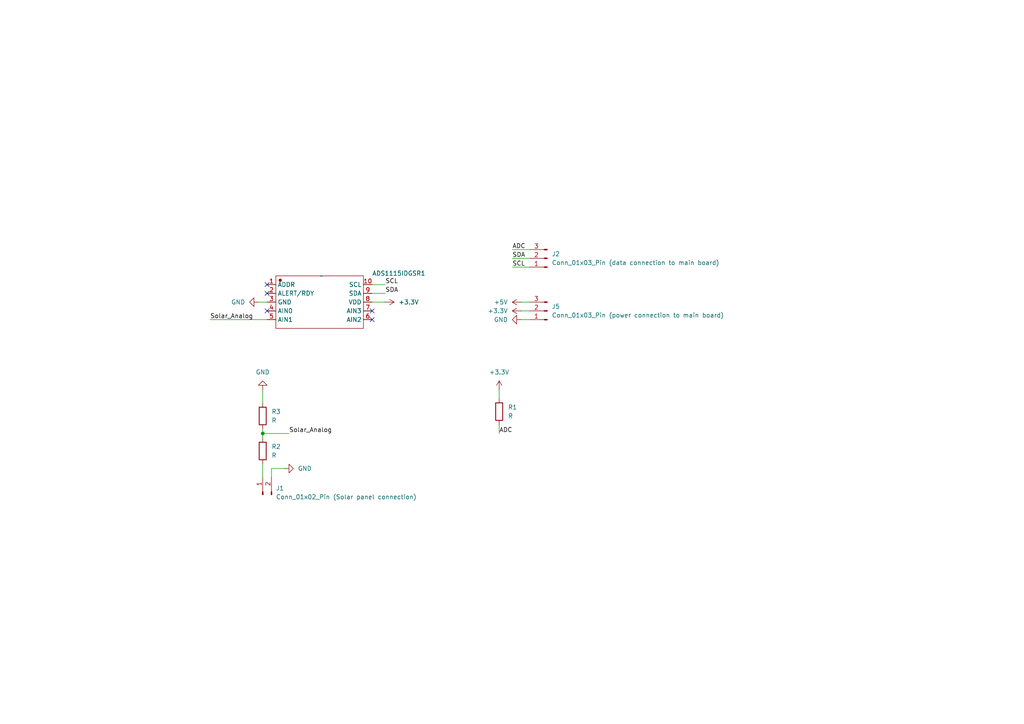
<source format=kicad_sch>
(kicad_sch (version 20250114) (generator "eeschema") (generator_version "9.0")
  (paper "A4")
  (lib_symbols
    (symbol "ADS1115IDGSR_2025-12-25-altium-import:root_0_ADS1115IDGSR_"
      (symbol "root_0_ADS1115IDGSR__1_0"
        (rectangle (start -12.7 7.62) (end 12.7 -7.62) (stroke (width 0) (color 136 0 0 1)))
        (circle (center -11.43 6.35) (radius 0.381) (stroke (width 0) (color 136 0 0 1)) (fill (type outline)))
        (pin passive line (at -15.24 5.08 0) (length 2.54) (name "ADDR") (number "1"))
        (pin passive line (at -15.24 2.54 0) (length 2.54) (name "ALERT/RDY") (number "2"))
        (pin passive line (at -15.24 0 0) (length 2.54) (name "GND") (number "3"))
        (pin passive line (at -15.24 -2.54 0) (length 2.54) (name "AIN0") (number "4"))
        (pin passive line (at -15.24 -5.08 0) (length 2.54) (name "AIN1") (number "5"))
        (pin passive line (at 15.24 5.08 180) (length 2.54) (name "SCL") (number "10"))
        (pin passive line (at 15.24 2.54 180) (length 2.54) (name "SDA") (number "9"))
        (pin passive line (at 15.24 0 180) (length 2.54) (name "VDD") (number "8"))
        (pin passive line (at 15.24 -2.54 180) (length 2.54) (name "AIN3") (number "7"))
        (pin passive line (at 15.24 -5.08 180) (length 2.54) (name "AIN2") (number "6"))
      )
    )
    (symbol "Connector:Conn_01x02_Pin" (pin_names (offset 1.016) (hide yes))
      (property "Reference" "J" (at 0 2.54 0))
      (property "Value" "Conn_01x02_Pin" (at 0 -5.08 0))
      (symbol "Conn_01x02_Pin_1_1"
        (rectangle (start 0.8636 0.127) (end 0 -0.127) (stroke (width 0.1524)) (fill (type outline)))
        (rectangle (start 0.8636 -2.413) (end 0 -2.667) (stroke (width 0.1524)) (fill (type outline)))
        (polyline (pts (xy 1.27 0) (xy 0.8636 0)) (stroke (width 0.1524)))
        (polyline (pts (xy 1.27 -2.54) (xy 0.8636 -2.54)) (stroke (width 0.1524)))
        (pin passive line (at 5.08 0 180) (length 3.81) (name "Pin_1") (number "1"))
        (pin passive line (at 5.08 -2.54 180) (length 3.81) (name "Pin_2") (number "2"))
      )
    )
    (symbol "Connector:Conn_01x03_Pin" (pin_names (offset 1.016) (hide yes))
      (property "Reference" "J" (at 0 5.08 0))
      (property "Value" "Conn_01x03_Pin" (at 0 -5.08 0))
      (symbol "Conn_01x03_Pin_1_1"
        (rectangle (start 0.8636 2.667) (end 0 2.413) (stroke (width 0.1524)) (fill (type outline)))
        (rectangle (start 0.8636 0.127) (end 0 -0.127) (stroke (width 0.1524)) (fill (type outline)))
        (rectangle (start 0.8636 -2.413) (end 0 -2.667) (stroke (width 0.1524)) (fill (type outline)))
        (polyline (pts (xy 1.27 2.54) (xy 0.8636 2.54)) (stroke (width 0.1524)))
        (polyline (pts (xy 1.27 0) (xy 0.8636 0)) (stroke (width 0.1524)))
        (polyline (pts (xy 1.27 -2.54) (xy 0.8636 -2.54)) (stroke (width 0.1524)))
        (pin passive line (at 5.08 2.54 180) (length 3.81) (name "Pin_1") (number "1"))
        (pin passive line (at 5.08 0 180) (length 3.81) (name "Pin_2") (number "2"))
        (pin passive line (at 5.08 -2.54 180) (length 3.81) (name "Pin_3") (number "3"))
      )
    )
    (symbol "Device:R" (pin_numbers (hide yes)) (pin_names (offset 0))
      (property "Reference" "R" (at 2.032 0 90))
      (property "Value" "R" (at 0 0 90))
      (symbol "R_0_1"
        (rectangle (start -1.016 -2.54) (end 1.016 2.54) (stroke (width 0.254)))
      )
      (symbol "R_1_1"
        (pin passive line (at 0 3.81 270) (length 1.27) (name "~") (number "1"))
        (pin passive line (at 0 -3.81 90) (length 1.27) (name "~") (number "2"))
      )
    )
    (symbol "power:+3.3V" (power) (pin_numbers (hide yes)) (pin_names (offset 0) (hide yes))
      (property "Value" "+3.3V" (at 0 3.556 0))
      (symbol "+3.3V_0_1"
        (polyline (pts (xy -0.762 1.27) (xy 0 2.54)))
        (polyline (pts (xy 0 2.54) (xy 0.762 1.27)))
        (polyline (pts (xy 0 0) (xy 0 2.54)))
      )
      (symbol "+3.3V_1_1"
        (pin power_in line (at 0 0 90) (length 0) (name "~") (number "1"))
      )
    )
    (symbol "power:+5V" (power) (pin_numbers (hide yes)) (pin_names (offset 0) (hide yes))
      (property "Value" "+5V" (at 0 3.556 0))
      (symbol "+5V_0_1"
        (polyline (pts (xy -0.762 1.27) (xy 0 2.54)))
        (polyline (pts (xy 0 2.54) (xy 0.762 1.27)))
        (polyline (pts (xy 0 0) (xy 0 2.54)))
      )
      (symbol "+5V_1_1"
        (pin power_in line (at 0 0 90) (length 0) (name "~") (number "1"))
      )
    )
    (symbol "power:GND" (power) (pin_numbers (hide yes)) (pin_names (offset 0) (hide yes))
      (property "Value" "GND" (at 0 -3.81 0))
      (symbol "GND_0_1"
        (polyline (pts (xy 0 0) (xy 0 -1.27) (xy 1.27 -1.27) (xy 0 -2.54) (xy -1.27 -1.27) (xy 0 -1.27)))
      )
      (symbol "GND_1_1"
        (pin power_in line (at 0 0 270) (length 0) (name "~") (number "1"))
      )
    )
  )
  (junction (at 76.2 125.73))
  (no_connect (at 107.95 90.17))
  (no_connect (at 77.47 90.17))
  (no_connect (at 77.47 82.55))
  (no_connect (at 77.47 85.09))
  (no_connect (at 107.95 92.71))
  (wire (pts (xy 144.78 113.03) (xy 144.78 115.57)))
  (wire (pts (xy 76.2 134.62) (xy 76.2 138.43)))
  (wire (pts (xy 148.59 72.39) (xy 153.67 72.39)))
  (wire (pts (xy 76.2 125.73) (xy 76.2 127)))
  (wire (pts (xy 60.96 92.71) (xy 77.47 92.71)))
  (wire (pts (xy 107.95 85.09) (xy 111.76 85.09)))
  (wire (pts (xy 76.2 125.73) (xy 83.82 125.73)))
  (wire (pts (xy 74.93 87.63) (xy 77.47 87.63)))
  (wire (pts (xy 78.74 135.89) (xy 82.55 135.89)))
  (wire (pts (xy 107.95 82.55) (xy 111.76 82.55)))
  (wire (pts (xy 76.2 113.03) (xy 76.2 116.84)))
  (wire (pts (xy 107.95 87.63) (xy 111.76 87.63)))
  (wire (pts (xy 148.59 77.47) (xy 153.67 77.47)))
  (wire (pts (xy 144.78 125.73) (xy 144.78 123.19)))
  (wire (pts (xy 78.74 138.43) (xy 78.74 135.89)))
  (wire (pts (xy 151.13 92.71) (xy 153.67 92.71)))
  (wire (pts (xy 151.13 90.17) (xy 153.67 90.17)))
  (wire (pts (xy 76.2 124.46) (xy 76.2 125.73)))
  (wire (pts (xy 151.13 87.63) (xy 153.67 87.63)))
  (wire (pts (xy 148.59 74.93) (xy 153.67 74.93)))
  (label "Solar_Analog" (at 83.82 125.73 0))
  (label "ADC" (at 148.59 72.39 0))
  (label "SCL" (at 111.76 82.55 0))
  (label "SDA" (at 148.59 74.93 0))
  (label "ADC" (at 144.78 125.73 0))
  (label "Solar_Analog" (at 60.96 92.71 0))
  (label "SDA" (at 111.76 85.09 0))
  (label "SCL" (at 148.59 77.47 0))
  (symbol (lib_id "power:+3.3V") (at 151.13 90.17 90) (unit 1)
    (property "Reference" "#PWR012" (effects (hide yes)))
    (property "Value" "+3.3V" (at 147.32 90.1699 90) (effects (justify left)))
    (property "Description" "Power symbol creates a global label with name \"+3.3V\"" (effects (hide yes)))
  )
  (symbol (lib_id "power:+5V") (at 151.13 87.63 90) (unit 1)
    (property "Reference" "#PWR013" (effects (hide yes)))
    (property "Value" "+5V" (at 147.32 87.6299 90) (effects (justify left)))
    (property "Description" "Power symbol creates a global label with name \"+5V\"" (effects (hide yes)))
  )
  (symbol (lib_id "Connector:Conn_01x03_Pin") (at 158.75 74.93 180) (unit 1)
    (property "Reference" "J2" (at 160.02 73.6599 0) (effects (justify right)))
    (property "Value" "Conn_01x03_Pin (data connection to main board)" (at 160.02 76.1999 0) (effects (justify right)))
    (property "Footprint" "batteryholder:1x03 2.3 pitch" (effects (hide yes)))
    (property "Description" "Generic connector, single row, 01x03, script generated" (effects (hide yes)))
  )
  (symbol (lib_id "Connector:Conn_01x03_Pin") (at 158.75 90.17 180) (unit 1)
    (property "Reference" "J5" (at 160.02 88.8999 0) (effects (justify right)))
    (property "Value" "Conn_01x03_Pin (power connection to main board)" (at 160.02 91.4399 0) (effects (justify right)))
    (property "Footprint" "batteryholder:1x03 2.3 pitch" (effects (hide yes)))
    (property "Description" "Generic connector, single row, 01x03, script generated" (effects (hide yes)))
  )
  (symbol (lib_id "power:+3.3V") (at 111.76 87.63 270) (unit 1)
    (property "Reference" "#PWR03" (effects (hide yes)))
    (property "Value" "+3.3V" (at 115.57 87.6299 90) (effects (justify left)))
    (property "Description" "Power symbol creates a global label with name \"+3.3V\"" (effects (hide yes)))
  )
  (symbol (lib_id "power:GND") (at 82.55 135.89 90) (unit 1)
    (property "Reference" "#PWR04" (effects (hide yes)))
    (property "Value" "GND" (at 86.36 135.8899 90) (effects (justify right)))
    (property "Description" "Power symbol creates a global label with name \"GND\" , ground" (effects (hide yes)))
  )
  (symbol (lib_id "Device:R") (at 76.2 120.65 0) (unit 1)
    (property "Reference" "R3" (at 78.74 119.3799 0) (effects (justify left)))
    (property "Value" "R" (at 78.74 121.9199 0) (effects (justify left)))
    (property "Footprint" "Resistor_SMD:R_0805_2012Metric" (effects (hide yes)))
    (property "Description" "Resistor" (effects (hide yes)))
  )
  (symbol (lib_id "power:+3.3V") (at 144.78 113.03 0) (unit 1)
    (property "Reference" "#PWR02" (effects (hide yes)))
    (property "Value" "+3.3V" (at 144.78 107.95 0))
    (property "Description" "Power symbol creates a global label with name \"+3.3V\"" (effects (hide yes)))
  )
  (symbol (lib_id "power:GND") (at 74.93 87.63 270) (unit 1)
    (property "Reference" "#PWR01" (effects (hide yes)))
    (property "Value" "GND" (at 71.12 87.6299 90) (effects (justify right)))
    (property "Description" "Power symbol creates a global label with name \"GND\" , ground" (effects (hide yes)))
  )
  (symbol (lib_id "ADS1115IDGSR_2025-12-25-altium-import:root_0_ADS1115IDGSR_") (at 92.71 87.63 0) (unit 1)
    (property "Reference" "ADS1115IDGSR1" (at 107.95 80.01 0) (effects (justify left bottom)))
    (property "Value" "~" (at 92.71 80.01 0) (effects (justify left)))
    (property "Footprint" "batteryholder:ADS1115IDGSR" (effects (hide yes)))
  )
  (symbol (lib_id "power:GND") (at 151.13 92.71 270) (unit 1)
    (property "Reference" "#PWR011" (effects (hide yes)))
    (property "Value" "GND" (at 147.32 92.7099 90) (effects (justify right)))
    (property "Description" "Power symbol creates a global label with name \"GND\" , ground" (effects (hide yes)))
  )
  (symbol (lib_id "Device:R") (at 76.2 130.81 0) (unit 1)
    (property "Reference" "R2" (at 78.74 129.5399 0) (effects (justify left)))
    (property "Value" "R" (at 78.74 132.0799 0) (effects (justify left)))
    (property "Footprint" "Resistor_SMD:R_0805_2012Metric" (effects (hide yes)))
    (property "Description" "Resistor" (effects (hide yes)))
  )
  (symbol (lib_id "Connector:Conn_01x02_Pin") (at 76.2 143.51 90) (unit 1)
    (property "Reference" "J1" (at 80.01 141.6049 90) (effects (justify right)))
    (property "Value" "Conn_01x02_Pin (Solar panel connection)" (at 80.01 144.1449 90) (effects (justify right)))
    (property "Footprint" "Connector_PinHeader_2.54mm:PinHeader_1x02_P2.54mm_Vertical" (effects (hide yes)))
    (property "Description" "Generic connector, single row, 01x02, script generated" (effects (hide yes)))
  )
  (symbol (lib_id "power:GND") (at 76.2 113.03 180) (unit 1)
    (property "Reference" "#PWR05" (effects (hide yes)))
    (property "Value" "GND" (at 76.2 107.95 0))
    (property "Description" "Power symbol creates a global label with name \"GND\" , ground" (effects (hide yes)))
  )
  (symbol (lib_id "Device:R") (at 144.78 119.38 0) (unit 1)
    (property "Reference" "R1" (at 147.32 118.1099 0) (effects (justify left)))
    (property "Value" "R" (at 147.32 120.6499 0) (effects (justify left)))
    (property "Footprint" "Resistor_SMD:R_0805_2012Metric" (effects (hide yes)))
    (property "Description" "Resistor" (effects (hide yes)))
  )
)
</source>
